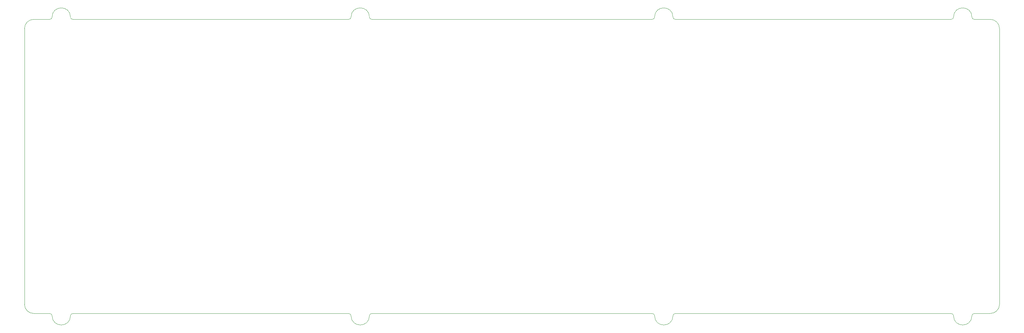
<source format=gbr>
G04 #@! TF.GenerationSoftware,KiCad,Pcbnew,(5.1.10-1-10_14)*
G04 #@! TF.CreationDate,2021-09-03T12:54:16-05:00*
G04 #@! TF.ProjectId,ori_bottom_plate,6f72695f-626f-4747-946f-6d5f706c6174,rev?*
G04 #@! TF.SameCoordinates,Original*
G04 #@! TF.FileFunction,Profile,NP*
%FSLAX46Y46*%
G04 Gerber Fmt 4.6, Leading zero omitted, Abs format (unit mm)*
G04 Created by KiCad (PCBNEW (5.1.10-1-10_14)) date 2021-09-03 12:54:16*
%MOMM*%
%LPD*%
G01*
G04 APERTURE LIST*
G04 #@! TA.AperFunction,Profile*
%ADD10C,0.050000*%
G04 #@! TD*
G04 APERTURE END LIST*
D10*
X392337567Y-116668952D02*
X396505150Y-116669080D01*
X314947108Y-116669016D02*
X386384437Y-116668952D01*
X236365823Y-116668952D02*
X308993978Y-116669016D01*
X158975076Y-116669016D02*
X230412693Y-116668952D01*
X148854110Y-116669080D02*
X153021946Y-116669016D01*
X146472850Y-42850020D02*
X146472850Y-114287820D01*
X153021765Y-40468888D02*
X148854110Y-40468760D01*
X230412325Y-40468888D02*
X158974895Y-40468888D01*
X308993509Y-40468888D02*
X236365455Y-40468888D01*
X386384069Y-40468888D02*
X314946639Y-40468888D01*
X396505150Y-40468760D02*
X392337199Y-40468888D01*
X398886410Y-114287820D02*
X398886410Y-42850020D01*
X386979382Y-39873575D02*
G75*
G02*
X391741886Y-39873575I2381252J0D01*
G01*
X392337199Y-40468888D02*
G75*
G02*
X391741886Y-39873575I0J595313D01*
G01*
X386979382Y-39873575D02*
G75*
G02*
X386384069Y-40468888I-595313J0D01*
G01*
X309588822Y-39873575D02*
G75*
G02*
X314351326Y-39873575I2381252J0D01*
G01*
X314946639Y-40468888D02*
G75*
G02*
X314351326Y-39873575I0J595313D01*
G01*
X309588822Y-39873575D02*
G75*
G02*
X308993509Y-40468888I-595313J0D01*
G01*
X231007638Y-39873575D02*
G75*
G02*
X235770142Y-39873575I2381252J0D01*
G01*
X236365455Y-40468888D02*
G75*
G02*
X235770142Y-39873575I0J595313D01*
G01*
X231007638Y-39873575D02*
G75*
G02*
X230412325Y-40468888I-595313J0D01*
G01*
X153617078Y-39873575D02*
G75*
G02*
X158379582Y-39873575I2381252J0D01*
G01*
X158974895Y-40468888D02*
G75*
G02*
X158379582Y-39873575I0J595313D01*
G01*
X153617078Y-39873575D02*
G75*
G02*
X153021765Y-40468888I-595313J0D01*
G01*
X158379763Y-117264329D02*
G75*
G02*
X153617259Y-117264329I-2381252J0D01*
G01*
X153021946Y-116669016D02*
G75*
G02*
X153617259Y-117264329I0J-595313D01*
G01*
X158379763Y-117264329D02*
G75*
G02*
X158975076Y-116669016I595313J0D01*
G01*
X235770510Y-117264265D02*
G75*
G02*
X231008006Y-117264265I-2381252J0D01*
G01*
X230412693Y-116668952D02*
G75*
G02*
X231008006Y-117264265I0J-595313D01*
G01*
X235770510Y-117264265D02*
G75*
G02*
X236365823Y-116668952I595313J0D01*
G01*
X314351795Y-117264329D02*
G75*
G02*
X309589291Y-117264329I-2381252J0D01*
G01*
X308993978Y-116669016D02*
G75*
G02*
X309589291Y-117264329I0J-595313D01*
G01*
X314351795Y-117264329D02*
G75*
G02*
X314947108Y-116669016I595313J0D01*
G01*
X391742254Y-117264265D02*
G75*
G02*
X386979750Y-117264265I-2381252J0D01*
G01*
X391742254Y-117264265D02*
G75*
G02*
X392337567Y-116668952I595313J0D01*
G01*
X386384437Y-116668952D02*
G75*
G02*
X386979750Y-117264265I0J-595313D01*
G01*
X396505150Y-40468760D02*
G75*
G02*
X398886410Y-42850020I0J-2381260D01*
G01*
X398886410Y-114287820D02*
G75*
G02*
X396505150Y-116669080I-2381260J0D01*
G01*
X148854110Y-116669080D02*
G75*
G02*
X146472850Y-114287820I0J2381260D01*
G01*
X146472850Y-42850020D02*
G75*
G02*
X148854110Y-40468760I2381260J0D01*
G01*
M02*

</source>
